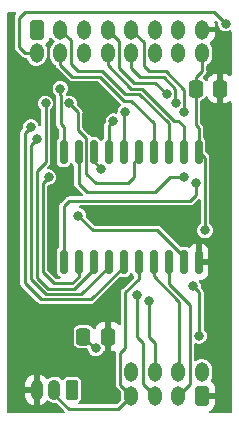
<source format=gbr>
%TF.GenerationSoftware,KiCad,Pcbnew,7.0.2*%
%TF.CreationDate,2023-05-24T14:34:07-04:00*%
%TF.ProjectId,mcumod-at6,6d63756d-6f64-42d6-9174-362e6b696361,rev?*%
%TF.SameCoordinates,Original*%
%TF.FileFunction,Copper,L1,Top*%
%TF.FilePolarity,Positive*%
%FSLAX46Y46*%
G04 Gerber Fmt 4.6, Leading zero omitted, Abs format (unit mm)*
G04 Created by KiCad (PCBNEW 7.0.2) date 2023-05-24 14:34:07*
%MOMM*%
%LPD*%
G01*
G04 APERTURE LIST*
G04 Aperture macros list*
%AMRoundRect*
0 Rectangle with rounded corners*
0 $1 Rounding radius*
0 $2 $3 $4 $5 $6 $7 $8 $9 X,Y pos of 4 corners*
0 Add a 4 corners polygon primitive as box body*
4,1,4,$2,$3,$4,$5,$6,$7,$8,$9,$2,$3,0*
0 Add four circle primitives for the rounded corners*
1,1,$1+$1,$2,$3*
1,1,$1+$1,$4,$5*
1,1,$1+$1,$6,$7*
1,1,$1+$1,$8,$9*
0 Add four rect primitives between the rounded corners*
20,1,$1+$1,$2,$3,$4,$5,0*
20,1,$1+$1,$4,$5,$6,$7,0*
20,1,$1+$1,$6,$7,$8,$9,0*
20,1,$1+$1,$8,$9,$2,$3,0*%
G04 Aperture macros list end*
%TA.AperFunction,SMDPad,CuDef*%
%ADD10RoundRect,0.150000X-0.150000X0.875000X-0.150000X-0.875000X0.150000X-0.875000X0.150000X0.875000X0*%
%TD*%
%TA.AperFunction,ComponentPad*%
%ADD11O,1.200000X1.650000*%
%TD*%
%TA.AperFunction,ComponentPad*%
%ADD12RoundRect,0.250000X0.350000X0.575000X-0.350000X0.575000X-0.350000X-0.575000X0.350000X-0.575000X0*%
%TD*%
%TA.AperFunction,ComponentPad*%
%ADD13RoundRect,0.250000X0.265000X0.615000X-0.265000X0.615000X-0.265000X-0.615000X0.265000X-0.615000X0*%
%TD*%
%TA.AperFunction,ComponentPad*%
%ADD14O,1.030000X1.730000*%
%TD*%
%TA.AperFunction,ComponentPad*%
%ADD15RoundRect,0.250000X-0.350000X-0.575000X0.350000X-0.575000X0.350000X0.575000X-0.350000X0.575000X0*%
%TD*%
%TA.AperFunction,SMDPad,CuDef*%
%ADD16RoundRect,0.250000X-0.337500X-0.475000X0.337500X-0.475000X0.337500X0.475000X-0.337500X0.475000X0*%
%TD*%
%TA.AperFunction,ViaPad*%
%ADD17C,0.800000*%
%TD*%
%TA.AperFunction,Conductor*%
%ADD18C,0.250000*%
%TD*%
G04 APERTURE END LIST*
D10*
%TO.P,U1,1,VCC*%
%TO.N,+3.3V*%
X116715000Y-112350000D03*
%TO.P,U1,2,PA4*%
%TO.N,IO7*%
X115445000Y-112350000D03*
%TO.P,U1,3,PA5*%
%TO.N,IO0*%
X114175000Y-112350000D03*
%TO.P,U1,4,PA6*%
%TO.N,IO1*%
X112905000Y-112350000D03*
%TO.P,U1,5,PA7*%
%TO.N,IO2*%
X111635000Y-112350000D03*
%TO.P,U1,6,PB5*%
%TO.N,IO9*%
X110365000Y-112350000D03*
%TO.P,U1,7,PB4*%
%TO.N,IO8*%
X109095000Y-112350000D03*
%TO.P,U1,8,PB3*%
%TO.N,Net-(D1-A)*%
X107825000Y-112350000D03*
%TO.P,U1,9,PB2*%
%TO.N,Net-(U1-PB2)*%
X106555000Y-112350000D03*
%TO.P,U1,10,PB1*%
%TO.N,IO10*%
X105285000Y-112350000D03*
%TO.P,U1,11,PB0*%
%TO.N,/TXEN*%
X105285000Y-121650000D03*
%TO.P,U1,12,PC0*%
%TO.N,IO3*%
X106555000Y-121650000D03*
%TO.P,U1,13,PC1*%
%TO.N,IO11*%
X107825000Y-121650000D03*
%TO.P,U1,14,PC2*%
%TO.N,IO12*%
X109095000Y-121650000D03*
%TO.P,U1,15,PC3*%
%TO.N,IO13*%
X110365000Y-121650000D03*
%TO.P,U1,16,~{RESET}/PA0*%
%TO.N,UPDI*%
X111635000Y-121650000D03*
%TO.P,U1,17,PA1*%
%TO.N,IO5*%
X112905000Y-121650000D03*
%TO.P,U1,18,PA2*%
%TO.N,IO4*%
X114175000Y-121650000D03*
%TO.P,U1,19,PA3*%
%TO.N,IO6*%
X115445000Y-121650000D03*
%TO.P,U1,20,GND*%
%TO.N,GND*%
X116715000Y-121650000D03*
%TD*%
D11*
%TO.P,J2,8,Pin_8*%
%TO.N,unconnected-(J2-Pin_8-Pad8)*%
X111000000Y-131000000D03*
%TO.P,J2,7,Pin_7*%
%TO.N,UPDI*%
X111000000Y-133000000D03*
%TO.P,J2,6,Pin_6*%
%TO.N,RS485B*%
X113000000Y-131000000D03*
%TO.P,J2,5,Pin_5*%
%TO.N,RS485A*%
X113000000Y-133000000D03*
%TO.P,J2,4,Pin_4*%
%TO.N,IO5*%
X115000000Y-131000000D03*
%TO.P,J2,3,Pin_3*%
%TO.N,IO4*%
X115000000Y-133000000D03*
%TO.P,J2,2,Pin_2*%
%TO.N,+5V*%
X117000000Y-131000000D03*
D12*
%TO.P,J2,1,Pin_1*%
%TO.N,GND*%
X117000000Y-133000000D03*
%TD*%
D13*
%TO.P,J3,1,Pin_1*%
%TO.N,+3.3V*%
X106000000Y-132500000D03*
D14*
%TO.P,J3,2,Pin_2*%
%TO.N,UPDI*%
X104500000Y-132500000D03*
%TO.P,J3,3,Pin_3*%
%TO.N,GND*%
X103000000Y-132500000D03*
%TD*%
D15*
%TO.P,J1,1,Pin_1*%
%TO.N,GND*%
X103000000Y-102000000D03*
D11*
%TO.P,J1,2,Pin_2*%
%TO.N,+3.3V*%
X103000000Y-104000000D03*
%TO.P,J1,3,Pin_3*%
%TO.N,IO0*%
X105000000Y-102000000D03*
%TO.P,J1,4,Pin_4*%
%TO.N,IO1*%
X105000000Y-104000000D03*
%TO.P,J1,5,Pin_5*%
%TO.N,IO2*%
X107000000Y-102000000D03*
%TO.P,J1,6,Pin_6*%
%TO.N,IO3*%
X107000000Y-104000000D03*
%TO.P,J1,7,Pin_7*%
%TO.N,IO6*%
X109000000Y-102000000D03*
%TO.P,J1,8,Pin_8*%
%TO.N,IO7*%
X109000000Y-104000000D03*
%TO.P,J1,9,Pin_9*%
%TO.N,IO8*%
X111000000Y-102000000D03*
%TO.P,J1,10,Pin_10*%
%TO.N,IO9*%
X111000000Y-104000000D03*
%TO.P,J1,11,Pin_11*%
%TO.N,IO10*%
X113000000Y-102000000D03*
%TO.P,J1,12,Pin_12*%
%TO.N,IO11*%
X113000000Y-104000000D03*
%TO.P,J1,13,Pin_13*%
%TO.N,IO12*%
X115000000Y-102000000D03*
%TO.P,J1,14,Pin_14*%
%TO.N,IO13*%
X115000000Y-104000000D03*
%TO.P,J1,15,Pin_15*%
%TO.N,GND*%
X117000000Y-102000000D03*
%TO.P,J1,16,Pin_16*%
%TO.N,+3.3V*%
X117000000Y-104000000D03*
%TD*%
D16*
%TO.P,C3,1*%
%TO.N,+3.3V*%
X116462500Y-107000000D03*
%TO.P,C3,2*%
%TO.N,GND*%
X118537500Y-107000000D03*
%TD*%
%TO.P,C1,1*%
%TO.N,+5V*%
X106962500Y-128000000D03*
%TO.P,C1,2*%
%TO.N,GND*%
X109037500Y-128000000D03*
%TD*%
D17*
%TO.N,IO6*%
X106500000Y-117750000D03*
%TO.N,+3.3V*%
X117250000Y-119000000D03*
X116250000Y-123750000D03*
X119000000Y-101500000D03*
X116750000Y-127950000D03*
%TO.N,IO13*%
X102500000Y-110250000D03*
%TO.N,IO2*%
X105750000Y-108250000D03*
%TO.N,IO12*%
X103000000Y-111250000D03*
%TO.N,IO3*%
X104000000Y-114500000D03*
%TO.N,IO11*%
X103750000Y-108250000D03*
%TO.N,Net-(D1-A)*%
X108460378Y-113796745D03*
%TO.N,IO8*%
X109500000Y-109750000D03*
%TO.N,IO9*%
X110500000Y-109000000D03*
%TO.N,IO8*%
X115500000Y-109000000D03*
%TO.N,IO9*%
X114773175Y-108226825D03*
%TO.N,IO6*%
X114023175Y-107476825D03*
%TO.N,IO10*%
X105000000Y-107000000D03*
%TO.N,RS485B*%
X112500000Y-125000000D03*
%TO.N,RS485A*%
X111500000Y-124500000D03*
%TO.N,+5V*%
X108000000Y-129000000D03*
%TO.N,Net-(U1-PB2)*%
X115500000Y-114500000D03*
%TO.N,/TXEN*%
X116500000Y-115000000D03*
%TD*%
D18*
%TO.N,/TXEN*%
X105285000Y-121650000D02*
X105285000Y-116965000D01*
X105285000Y-116965000D02*
X105750000Y-116500000D01*
X116500000Y-116000000D02*
X116000000Y-116500000D01*
X116500000Y-115000000D02*
X116500000Y-116000000D01*
X116000000Y-116500000D02*
X105750000Y-116500000D01*
%TO.N,IO6*%
X107750000Y-119000000D02*
X106500000Y-117750000D01*
X111000000Y-119000000D02*
X107750000Y-119000000D01*
%TO.N,+3.3V*%
X117250000Y-119000000D02*
X117250000Y-112885000D01*
X117250000Y-112885000D02*
X116715000Y-112350000D01*
X116750000Y-124250000D02*
X116250000Y-123750000D01*
X116750000Y-124750000D02*
X116750000Y-124250000D01*
X116750000Y-127950000D02*
X116750000Y-124750000D01*
%TO.N,IO8*%
X109095000Y-112350000D02*
X109095000Y-110155000D01*
X109095000Y-110155000D02*
X109500000Y-109750000D01*
%TO.N,IO9*%
X110365000Y-112350000D02*
X110365000Y-109135000D01*
X110365000Y-109135000D02*
X110500000Y-109000000D01*
%TO.N,IO13*%
X110365000Y-121650000D02*
X110365000Y-122076751D01*
X103350000Y-124850000D02*
X102000000Y-123500000D01*
X110365000Y-122076751D02*
X107591751Y-124850000D01*
X107591751Y-124850000D02*
X103350000Y-124850000D01*
X102000000Y-123500000D02*
X102000000Y-110750000D01*
X102000000Y-110750000D02*
X102500000Y-110250000D01*
%TO.N,IO2*%
X106500000Y-109750000D02*
X106500000Y-109000000D01*
X106500000Y-109000000D02*
X105750000Y-108250000D01*
%TO.N,IO12*%
X102500000Y-111750000D02*
X103000000Y-111250000D01*
X102500000Y-117000000D02*
X102500000Y-111750000D01*
%TO.N,IO3*%
X103500000Y-115000000D02*
X104000000Y-114500000D01*
X103500000Y-116000000D02*
X103500000Y-115000000D01*
%TO.N,IO10*%
X105000000Y-107000000D02*
X105000000Y-107500000D01*
X105000000Y-107500000D02*
X105025000Y-107525000D01*
X105285000Y-112350000D02*
X105285000Y-110285000D01*
X105285000Y-110285000D02*
X105025000Y-110025000D01*
X105025000Y-110025000D02*
X105025000Y-107525000D01*
%TO.N,IO11*%
X103750000Y-108250000D02*
X103750000Y-113250000D01*
X103750000Y-113250000D02*
X103000000Y-114000000D01*
%TO.N,IO2*%
X106500000Y-109750000D02*
X106500000Y-110500000D01*
%TO.N,Net-(D1-A)*%
X107825000Y-112350000D02*
X107825000Y-113161367D01*
X107825000Y-113161367D02*
X108460378Y-113796745D01*
%TO.N,IO2*%
X111635000Y-112350000D02*
X111635000Y-112865000D01*
X111635000Y-112865000D02*
X111250000Y-113250000D01*
X111250000Y-114500000D02*
X110750000Y-115000000D01*
X111250000Y-113250000D02*
X111250000Y-114500000D01*
X110750000Y-115000000D02*
X108000000Y-115000000D01*
X107200000Y-114200000D02*
X107200000Y-111200000D01*
X108000000Y-115000000D02*
X107200000Y-114200000D01*
X107200000Y-111200000D02*
X106500000Y-110500000D01*
%TO.N,Net-(U1-PB2)*%
X115500000Y-114500000D02*
X114250000Y-114500000D01*
X114250000Y-114500000D02*
X113000000Y-115750000D01*
X107250000Y-115750000D02*
X106555000Y-115055000D01*
X113000000Y-115750000D02*
X107250000Y-115750000D01*
X106555000Y-115055000D02*
X106555000Y-112350000D01*
%TO.N,IO1*%
X110372729Y-108009125D02*
X110990875Y-108009125D01*
%TO.N,IO8*%
X112075000Y-103075000D02*
X112075000Y-105075000D01*
X111000000Y-102000000D02*
X112075000Y-103075000D01*
X115500000Y-107113604D02*
X115500000Y-109000000D01*
X112075000Y-105075000D02*
X112550000Y-105550000D01*
X113936396Y-105550000D02*
X115500000Y-107113604D01*
X112550000Y-105550000D02*
X113936396Y-105550000D01*
%TO.N,IO7*%
X114638147Y-109750000D02*
X115000000Y-109750000D01*
X111000000Y-107000000D02*
X111888147Y-107000000D01*
X111888147Y-107000000D02*
X114638147Y-109750000D01*
X115000000Y-109750000D02*
X115445000Y-110195000D01*
X115445000Y-110195000D02*
X115445000Y-112350000D01*
%TO.N,IO9*%
X114773175Y-108026825D02*
X114773175Y-108226825D01*
X114748175Y-108001825D02*
X114773175Y-108026825D01*
X114748175Y-106998175D02*
X114748175Y-108001825D01*
X113750000Y-106000000D02*
X114748175Y-106998175D01*
X111000000Y-105250000D02*
X111750000Y-106000000D01*
X111000000Y-104000000D02*
X111000000Y-105250000D01*
X111750000Y-106000000D02*
X113750000Y-106000000D01*
%TO.N,IO6*%
X113046350Y-106500000D02*
X114023175Y-107476825D01*
X111250000Y-106500000D02*
X113046350Y-106500000D01*
X110000000Y-103000000D02*
X110000000Y-105250000D01*
X109000000Y-102000000D02*
X110000000Y-103000000D01*
X110000000Y-105250000D02*
X111250000Y-106500000D01*
%TO.N,IO12*%
X106771751Y-124400000D02*
X103763604Y-124400000D01*
X103763604Y-124400000D02*
X102500000Y-123136396D01*
X109095000Y-122076751D02*
X106771751Y-124400000D01*
X109095000Y-121650000D02*
X109095000Y-122076751D01*
X102500000Y-123136396D02*
X102500000Y-117000000D01*
%TO.N,IO11*%
X103950000Y-123950000D02*
X103000000Y-123000000D01*
X106186396Y-123950000D02*
X103950000Y-123950000D01*
X107825000Y-122311396D02*
X106186396Y-123950000D01*
X107825000Y-121650000D02*
X107825000Y-122311396D01*
X103000000Y-123000000D02*
X103000000Y-114000000D01*
%TO.N,IO3*%
X104500000Y-123500000D02*
X103500000Y-122500000D01*
X103500000Y-122500000D02*
X103500000Y-116000000D01*
X106555000Y-122945000D02*
X106000000Y-123500000D01*
X106555000Y-121650000D02*
X106555000Y-122945000D01*
X106000000Y-123500000D02*
X104500000Y-123500000D01*
%TO.N,IO1*%
X112905000Y-112350000D02*
X112905000Y-109923249D01*
X112905000Y-109923249D02*
X110990875Y-108009125D01*
%TO.N,IO0*%
X114175000Y-112350000D02*
X114175000Y-109923249D01*
X114175000Y-109923249D02*
X111701751Y-107450000D01*
X111701751Y-107450000D02*
X110450000Y-107450000D01*
X110450000Y-107450000D02*
X108500000Y-105500000D01*
X108500000Y-105500000D02*
X106500000Y-105500000D01*
X106500000Y-105500000D02*
X105925000Y-104925000D01*
X105925000Y-104925000D02*
X105925000Y-102925000D01*
X105925000Y-102925000D02*
X105000000Y-102000000D01*
%TO.N,IO7*%
X111000000Y-107000000D02*
X109000000Y-105000000D01*
X109000000Y-105000000D02*
X109000000Y-104000000D01*
%TO.N,+3.3V*%
X116715000Y-110350000D02*
X116715000Y-112350000D01*
%TO.N,RS485B*%
X112500000Y-125000000D02*
X112500000Y-128000000D01*
%TO.N,RS485A*%
X111500000Y-128000000D02*
X111500000Y-124500000D01*
%TO.N,UPDI*%
X111635000Y-121650000D02*
X111635000Y-123115195D01*
X111635000Y-123115195D02*
X110500000Y-124250195D01*
X110075000Y-132075000D02*
X111000000Y-133000000D01*
X110500000Y-124250195D02*
X110500000Y-129000000D01*
X110500000Y-129000000D02*
X110075000Y-129425000D01*
X110075000Y-129425000D02*
X110075000Y-132075000D01*
%TO.N,RS485B*%
X113000000Y-128500000D02*
X112500000Y-128000000D01*
X113000000Y-131000000D02*
X113000000Y-128500000D01*
%TO.N,RS485A*%
X112000000Y-128500000D02*
X111500000Y-128000000D01*
X112000000Y-132000000D02*
X112000000Y-128500000D01*
X113000000Y-133000000D02*
X112000000Y-132000000D01*
%TO.N,+5V*%
X108000000Y-129000000D02*
X107962500Y-129000000D01*
X107962500Y-129000000D02*
X106962500Y-128000000D01*
%TO.N,IO4*%
X115037500Y-132962500D02*
X115962500Y-132037500D01*
X115962500Y-132037500D02*
X115962500Y-125326104D01*
X115962500Y-125326104D02*
X114175000Y-123538604D01*
X114175000Y-123538604D02*
X114175000Y-121650000D01*
%TO.N,IO5*%
X115037500Y-130962500D02*
X115037500Y-125037500D01*
X115037500Y-125037500D02*
X112905000Y-122905000D01*
X112905000Y-122905000D02*
X112905000Y-121650000D01*
%TO.N,UPDI*%
X105697500Y-134112500D02*
X104500000Y-132915000D01*
X111037500Y-132962500D02*
X109887500Y-134112500D01*
X109887500Y-134112500D02*
X105697500Y-134112500D01*
X104500000Y-132915000D02*
X104500000Y-132500000D01*
%TO.N,IO1*%
X110372729Y-108009125D02*
X108363604Y-106000000D01*
X105000000Y-105000000D02*
X105000000Y-104000000D01*
X108363604Y-106000000D02*
X106000000Y-106000000D01*
X106000000Y-106000000D02*
X105000000Y-105000000D01*
%TO.N,IO6*%
X115445000Y-121223249D02*
X113221751Y-119000000D01*
X113221751Y-119000000D02*
X111000000Y-119000000D01*
%TO.N,+3.3V*%
X103000000Y-104000000D02*
X102000000Y-104000000D01*
X102000000Y-104000000D02*
X101500000Y-103500000D01*
X101500000Y-103500000D02*
X101500000Y-101000000D01*
X101500000Y-101000000D02*
X102000000Y-100500000D01*
X102000000Y-100500000D02*
X118000000Y-100500000D01*
X118000000Y-100500000D02*
X119000000Y-101500000D01*
X117000000Y-104000000D02*
X117000000Y-105500000D01*
X117000000Y-105500000D02*
X116462500Y-106037500D01*
X116462500Y-106037500D02*
X116462500Y-107000000D01*
X116715000Y-110350000D02*
X116462500Y-110097500D01*
X116462500Y-110097500D02*
X116462500Y-107000000D01*
%TD*%
%TA.AperFunction,Conductor*%
%TO.N,GND*%
G36*
X101229302Y-100519685D02*
G01*
X101275057Y-100572489D01*
X101285001Y-100641647D01*
X101255976Y-100705203D01*
X101248611Y-100711632D01*
X101222722Y-100744894D01*
X101212563Y-100756398D01*
X101212484Y-100756476D01*
X101212479Y-100756482D01*
X101212480Y-100756482D01*
X101200390Y-100773414D01*
X101197341Y-100777504D01*
X101160354Y-100825024D01*
X101160237Y-100825253D01*
X101143057Y-100882955D01*
X101141495Y-100887831D01*
X101121940Y-100944793D01*
X101121905Y-100945034D01*
X101124393Y-101005190D01*
X101124499Y-101010312D01*
X101124499Y-103448196D01*
X101121861Y-103473638D01*
X101119632Y-103484266D01*
X101123548Y-103515676D01*
X101124500Y-103531013D01*
X101124500Y-103531116D01*
X101127918Y-103551602D01*
X101128657Y-103556670D01*
X101136107Y-103616438D01*
X101136185Y-103616682D01*
X101164827Y-103669608D01*
X101167171Y-103674162D01*
X101193634Y-103728292D01*
X101193779Y-103728485D01*
X101238080Y-103769267D01*
X101241779Y-103772816D01*
X101697850Y-104228888D01*
X101713976Y-104248744D01*
X101719916Y-104257836D01*
X101744890Y-104277274D01*
X101756408Y-104287446D01*
X101756482Y-104287520D01*
X101766410Y-104294608D01*
X101773399Y-104299598D01*
X101777508Y-104302662D01*
X101825041Y-104339658D01*
X101825232Y-104339757D01*
X101859601Y-104349988D01*
X101882955Y-104356941D01*
X101887792Y-104358490D01*
X101937340Y-104375500D01*
X101944797Y-104378060D01*
X101945030Y-104378093D01*
X101952909Y-104377767D01*
X101952912Y-104377768D01*
X102005193Y-104375605D01*
X102010316Y-104375500D01*
X102064160Y-104375500D01*
X102131199Y-104395185D01*
X102176954Y-104447989D01*
X102181667Y-104459902D01*
X102223556Y-104584221D01*
X102318930Y-104742736D01*
X102446151Y-104877041D01*
X102599270Y-104980858D01*
X102599271Y-104980858D01*
X102599272Y-104980859D01*
X102771121Y-105049330D01*
X102771123Y-105049330D01*
X102771125Y-105049331D01*
X102953683Y-105079260D01*
X103138407Y-105069245D01*
X103316659Y-105019754D01*
X103480104Y-104933100D01*
X103621100Y-104813337D01*
X103733054Y-104666064D01*
X103733053Y-104666064D01*
X103733055Y-104666063D01*
X103810731Y-104498169D01*
X103810730Y-104498169D01*
X103810732Y-104498167D01*
X103850500Y-104317497D01*
X103850500Y-103728887D01*
X103835514Y-103591090D01*
X103776444Y-103415779D01*
X103776443Y-103415776D01*
X103741981Y-103358499D01*
X103724286Y-103290908D01*
X103745943Y-103224479D01*
X103783137Y-103189032D01*
X103818346Y-103167315D01*
X103942316Y-103043345D01*
X104034357Y-102894122D01*
X104082908Y-102747607D01*
X104122681Y-102690162D01*
X104187196Y-102663339D01*
X104255972Y-102675654D01*
X104306865Y-102722684D01*
X104318929Y-102742736D01*
X104446152Y-102877042D01*
X104476448Y-102897584D01*
X104520889Y-102951498D01*
X104529127Y-103020880D01*
X104498546Y-103083702D01*
X104487137Y-103094725D01*
X104378899Y-103186663D01*
X104266944Y-103333936D01*
X104189268Y-103501830D01*
X104163988Y-103616682D01*
X104149500Y-103682503D01*
X104149500Y-104271113D01*
X104149862Y-104274448D01*
X104149863Y-104274453D01*
X104164485Y-104408908D01*
X104164486Y-104408910D01*
X104223556Y-104584221D01*
X104272799Y-104666064D01*
X104318931Y-104742737D01*
X104446152Y-104877042D01*
X104574285Y-104963919D01*
X104618726Y-105017833D01*
X104627005Y-105046134D01*
X104627916Y-105051591D01*
X104628657Y-105056670D01*
X104636107Y-105116438D01*
X104636185Y-105116682D01*
X104664827Y-105169608D01*
X104667171Y-105174162D01*
X104693634Y-105228292D01*
X104693777Y-105228482D01*
X104699579Y-105233824D01*
X104699581Y-105233826D01*
X104738108Y-105269293D01*
X104741780Y-105272817D01*
X105697850Y-106228887D01*
X105713977Y-106248746D01*
X105719915Y-106257836D01*
X105744893Y-106277277D01*
X105756410Y-106287448D01*
X105756481Y-106287519D01*
X105773397Y-106299597D01*
X105777505Y-106302660D01*
X105825041Y-106339659D01*
X105825232Y-106339756D01*
X105832799Y-106342009D01*
X105832801Y-106342010D01*
X105882974Y-106356947D01*
X105887804Y-106358494D01*
X105937340Y-106375500D01*
X105937342Y-106375500D01*
X105944799Y-106378060D01*
X105945033Y-106378094D01*
X105952909Y-106377768D01*
X105952912Y-106377769D01*
X106003227Y-106375687D01*
X106005207Y-106375606D01*
X106010331Y-106375500D01*
X108156705Y-106375500D01*
X108223744Y-106395185D01*
X108244385Y-106411818D01*
X109198602Y-107366036D01*
X110070579Y-108238013D01*
X110086705Y-108257869D01*
X110092646Y-108266962D01*
X110109963Y-108280440D01*
X110150777Y-108337150D01*
X110154452Y-108406923D01*
X110119821Y-108467606D01*
X110116029Y-108471110D01*
X110009516Y-108565471D01*
X109919780Y-108695476D01*
X109863763Y-108843181D01*
X109842907Y-109014947D01*
X109839924Y-109014584D01*
X109832256Y-109060682D01*
X109785349Y-109112466D01*
X109717893Y-109130669D01*
X109690950Y-109127096D01*
X109578985Y-109099500D01*
X109421015Y-109099500D01*
X109267635Y-109137303D01*
X109127761Y-109210716D01*
X109009515Y-109315471D01*
X108919780Y-109445476D01*
X108863763Y-109593181D01*
X108850546Y-109702038D01*
X108844722Y-109750000D01*
X108844943Y-109751823D01*
X108850659Y-109798900D01*
X108839198Y-109867824D01*
X108825413Y-109890013D01*
X108817720Y-109899896D01*
X108807563Y-109911398D01*
X108807484Y-109911476D01*
X108807479Y-109911482D01*
X108807480Y-109911482D01*
X108795390Y-109928414D01*
X108792341Y-109932504D01*
X108755354Y-109980024D01*
X108755237Y-109980253D01*
X108738057Y-110037955D01*
X108736495Y-110042831D01*
X108716941Y-110099792D01*
X108716906Y-110100034D01*
X108719394Y-110160191D01*
X108719500Y-110165315D01*
X108719500Y-111082745D01*
X108699815Y-111149784D01*
X108683181Y-111170426D01*
X108616949Y-111236657D01*
X108570483Y-111327851D01*
X108522509Y-111378646D01*
X108454687Y-111395441D01*
X108388553Y-111372903D01*
X108349514Y-111327849D01*
X108303050Y-111236657D01*
X108213343Y-111146950D01*
X108100302Y-111089353D01*
X108006521Y-111074500D01*
X107634021Y-111074500D01*
X107566982Y-111054815D01*
X107522620Y-111004960D01*
X107506361Y-110971701D01*
X107506225Y-110971519D01*
X107477936Y-110945477D01*
X107461904Y-110930718D01*
X107458231Y-110927193D01*
X106911819Y-110380781D01*
X106878334Y-110319458D01*
X106875500Y-110293100D01*
X106875500Y-109051804D01*
X106878139Y-109026357D01*
X106880367Y-109015732D01*
X106876452Y-108984323D01*
X106875500Y-108968986D01*
X106875500Y-108968887D01*
X106875500Y-108968886D01*
X106872075Y-108948369D01*
X106871341Y-108943325D01*
X106869774Y-108930756D01*
X106867822Y-108915097D01*
X106863891Y-108883550D01*
X106863821Y-108883332D01*
X106860065Y-108876392D01*
X106860065Y-108876390D01*
X106835148Y-108830348D01*
X106832828Y-108825840D01*
X106809826Y-108778789D01*
X106809825Y-108778788D01*
X106806360Y-108771700D01*
X106806225Y-108771519D01*
X106782181Y-108749385D01*
X106761892Y-108730707D01*
X106758219Y-108727182D01*
X106434518Y-108403481D01*
X106401033Y-108342158D01*
X106399103Y-108300852D01*
X106400284Y-108291125D01*
X106405278Y-108250000D01*
X106386237Y-108093182D01*
X106330220Y-107945477D01*
X106240483Y-107815470D01*
X106122240Y-107710717D01*
X106049777Y-107672685D01*
X105982364Y-107637303D01*
X105828985Y-107599500D01*
X105671015Y-107599500D01*
X105661117Y-107601939D01*
X105633714Y-107608693D01*
X105563912Y-107605622D01*
X105506851Y-107565301D01*
X105480647Y-107500531D01*
X105493621Y-107431876D01*
X105501986Y-107417864D01*
X105580220Y-107304523D01*
X105636237Y-107156818D01*
X105655278Y-107000000D01*
X105636237Y-106843182D01*
X105580220Y-106695477D01*
X105490483Y-106565470D01*
X105372240Y-106460717D01*
X105308107Y-106427057D01*
X105232364Y-106387303D01*
X105078985Y-106349500D01*
X104921015Y-106349500D01*
X104767635Y-106387303D01*
X104627761Y-106460716D01*
X104509515Y-106565471D01*
X104419780Y-106695476D01*
X104363763Y-106843181D01*
X104344721Y-106999999D01*
X104363763Y-107156818D01*
X104419780Y-107304523D01*
X104509515Y-107434528D01*
X104509516Y-107434529D01*
X104509517Y-107434530D01*
X104591300Y-107506983D01*
X104628427Y-107566172D01*
X104632121Y-107584458D01*
X104636107Y-107616436D01*
X104641597Y-107633569D01*
X104643340Y-107644002D01*
X104642280Y-107644178D01*
X104649500Y-107672685D01*
X104649500Y-108211382D01*
X104638471Y-108248940D01*
X104647821Y-108268278D01*
X104649500Y-108288617D01*
X104649500Y-109973196D01*
X104646860Y-109998642D01*
X104644633Y-110009268D01*
X104646360Y-110023122D01*
X104648548Y-110040676D01*
X104649500Y-110056013D01*
X104649500Y-110056116D01*
X104652918Y-110076602D01*
X104653657Y-110081670D01*
X104661107Y-110141438D01*
X104661185Y-110141682D01*
X104689827Y-110194608D01*
X104692171Y-110199162D01*
X104718634Y-110253292D01*
X104718777Y-110253482D01*
X104724579Y-110258824D01*
X104724581Y-110258826D01*
X104763108Y-110294293D01*
X104766780Y-110297817D01*
X104873181Y-110404218D01*
X104906666Y-110465541D01*
X104909500Y-110491899D01*
X104909500Y-111082745D01*
X104889815Y-111149784D01*
X104873181Y-111170426D01*
X104806950Y-111236656D01*
X104749353Y-111349697D01*
X104734500Y-111443478D01*
X104734500Y-113256514D01*
X104734501Y-113256518D01*
X104749354Y-113350304D01*
X104749354Y-113350305D01*
X104749355Y-113350306D01*
X104806949Y-113463342D01*
X104896656Y-113553049D01*
X104896658Y-113553050D01*
X105009696Y-113610646D01*
X105103481Y-113625500D01*
X105466518Y-113625499D01*
X105560304Y-113610646D01*
X105673342Y-113553050D01*
X105763050Y-113463342D01*
X105809515Y-113372148D01*
X105857489Y-113321353D01*
X105925310Y-113304558D01*
X105991445Y-113327095D01*
X106030485Y-113372149D01*
X106057300Y-113424778D01*
X106076950Y-113463342D01*
X106143182Y-113529574D01*
X106176666Y-113590895D01*
X106179500Y-113617254D01*
X106179500Y-115003196D01*
X106176861Y-115028642D01*
X106174633Y-115039267D01*
X106178548Y-115070676D01*
X106179500Y-115086013D01*
X106179500Y-115086116D01*
X106182918Y-115106602D01*
X106183657Y-115111670D01*
X106191107Y-115171438D01*
X106191185Y-115171682D01*
X106219827Y-115224608D01*
X106222171Y-115229162D01*
X106248634Y-115283292D01*
X106248777Y-115283482D01*
X106254579Y-115288824D01*
X106254581Y-115288826D01*
X106293108Y-115324293D01*
X106296780Y-115327817D01*
X106881782Y-115912819D01*
X106915267Y-115974142D01*
X106910283Y-116043834D01*
X106868411Y-116099767D01*
X106802947Y-116124184D01*
X106794101Y-116124500D01*
X105801803Y-116124500D01*
X105776357Y-116121861D01*
X105765731Y-116119633D01*
X105734324Y-116123548D01*
X105718987Y-116124500D01*
X105718886Y-116124500D01*
X105698359Y-116127924D01*
X105693300Y-116128661D01*
X105633556Y-116136109D01*
X105633316Y-116136186D01*
X105580359Y-116164844D01*
X105575805Y-116167188D01*
X105521721Y-116193628D01*
X105521506Y-116193788D01*
X105480729Y-116238082D01*
X105477183Y-116241777D01*
X105056108Y-116662852D01*
X105036254Y-116678976D01*
X105027165Y-116684914D01*
X105007722Y-116709894D01*
X104997563Y-116721398D01*
X104997484Y-116721476D01*
X104997479Y-116721482D01*
X104997480Y-116721482D01*
X104985390Y-116738414D01*
X104982341Y-116742504D01*
X104945354Y-116790024D01*
X104945237Y-116790253D01*
X104928057Y-116847955D01*
X104926495Y-116852831D01*
X104906941Y-116909792D01*
X104906906Y-116910034D01*
X104909394Y-116970191D01*
X104909500Y-116975315D01*
X104909500Y-120382745D01*
X104889815Y-120449784D01*
X104873181Y-120470426D01*
X104806950Y-120536656D01*
X104749353Y-120649697D01*
X104734500Y-120743478D01*
X104734500Y-122556514D01*
X104734501Y-122556518D01*
X104749354Y-122650304D01*
X104749354Y-122650305D01*
X104749355Y-122650306D01*
X104806949Y-122763342D01*
X104896656Y-122853049D01*
X104896658Y-122853050D01*
X104962140Y-122886415D01*
X104969206Y-122890015D01*
X105020002Y-122937989D01*
X105036797Y-123005810D01*
X105014260Y-123071945D01*
X104959545Y-123115397D01*
X104912911Y-123124500D01*
X104706899Y-123124500D01*
X104639860Y-123104815D01*
X104619218Y-123088181D01*
X103911818Y-122380781D01*
X103878333Y-122319458D01*
X103875499Y-122293100D01*
X103875500Y-115968886D01*
X103875500Y-115274500D01*
X103895185Y-115207461D01*
X103947989Y-115161706D01*
X103999500Y-115150500D01*
X104078985Y-115150500D01*
X104232365Y-115112696D01*
X104372240Y-115039283D01*
X104490483Y-114934530D01*
X104580220Y-114804523D01*
X104636237Y-114656818D01*
X104655278Y-114500000D01*
X104636237Y-114343182D01*
X104580220Y-114195477D01*
X104524622Y-114114929D01*
X104490484Y-114065471D01*
X104490483Y-114065470D01*
X104372240Y-113960717D01*
X104358609Y-113953563D01*
X104232364Y-113887303D01*
X104078985Y-113849500D01*
X103980898Y-113849500D01*
X103913859Y-113829815D01*
X103868104Y-113777011D01*
X103858160Y-113707853D01*
X103887185Y-113644297D01*
X103893200Y-113637835D01*
X103978893Y-113552142D01*
X103998741Y-113536025D01*
X104007836Y-113530084D01*
X104027273Y-113505110D01*
X104037453Y-113493583D01*
X104037519Y-113493518D01*
X104049624Y-113476561D01*
X104052627Y-113472534D01*
X104084809Y-113431189D01*
X104084810Y-113431185D01*
X104089666Y-113424947D01*
X104089753Y-113424778D01*
X104092008Y-113417200D01*
X104092010Y-113417199D01*
X104106951Y-113367009D01*
X104108479Y-113362238D01*
X104125500Y-113312660D01*
X104125500Y-113312655D01*
X104128060Y-113305199D01*
X104128093Y-113304970D01*
X104127767Y-113297090D01*
X104127768Y-113297088D01*
X104125605Y-113244806D01*
X104125500Y-113239684D01*
X104125500Y-108842202D01*
X104145185Y-108775163D01*
X104167269Y-108749390D01*
X104240483Y-108684530D01*
X104330220Y-108554523D01*
X104386237Y-108406818D01*
X104402403Y-108273670D01*
X104411106Y-108253449D01*
X104406523Y-108246317D01*
X104402404Y-108226329D01*
X104394272Y-108159357D01*
X104386237Y-108093182D01*
X104330220Y-107945477D01*
X104240483Y-107815470D01*
X104122240Y-107710717D01*
X104049777Y-107672685D01*
X103982364Y-107637303D01*
X103828985Y-107599500D01*
X103671015Y-107599500D01*
X103517635Y-107637303D01*
X103377761Y-107710716D01*
X103259515Y-107815471D01*
X103169780Y-107945476D01*
X103113763Y-108093181D01*
X103094721Y-108250000D01*
X103113763Y-108406818D01*
X103169780Y-108554523D01*
X103259515Y-108684528D01*
X103259516Y-108684529D01*
X103259517Y-108684530D01*
X103332727Y-108749387D01*
X103369853Y-108808574D01*
X103374500Y-108842202D01*
X103374500Y-110044783D01*
X103354815Y-110111822D01*
X103302011Y-110157577D01*
X103232853Y-110167521D01*
X103169297Y-110138496D01*
X103134558Y-110088754D01*
X103080220Y-109945476D01*
X102990484Y-109815471D01*
X102935677Y-109766917D01*
X102872240Y-109710717D01*
X102831668Y-109689423D01*
X102732364Y-109637303D01*
X102578985Y-109599500D01*
X102421015Y-109599500D01*
X102267635Y-109637303D01*
X102127761Y-109710716D01*
X102009515Y-109815471D01*
X101919780Y-109945476D01*
X101863763Y-110093181D01*
X101844721Y-110250000D01*
X101850896Y-110300852D01*
X101839435Y-110369775D01*
X101815480Y-110403480D01*
X101771104Y-110447855D01*
X101751250Y-110463978D01*
X101742166Y-110469913D01*
X101722722Y-110494894D01*
X101712563Y-110506398D01*
X101712484Y-110506476D01*
X101712479Y-110506482D01*
X101712480Y-110506482D01*
X101700390Y-110523414D01*
X101697341Y-110527504D01*
X101660354Y-110575024D01*
X101660237Y-110575253D01*
X101643057Y-110632955D01*
X101641495Y-110637831D01*
X101621941Y-110694792D01*
X101621906Y-110695034D01*
X101624394Y-110755191D01*
X101624500Y-110760315D01*
X101624500Y-123448196D01*
X101621861Y-123473642D01*
X101619633Y-123484267D01*
X101623548Y-123515676D01*
X101624500Y-123531013D01*
X101624500Y-123531116D01*
X101627918Y-123551602D01*
X101628657Y-123556670D01*
X101636107Y-123616438D01*
X101636185Y-123616682D01*
X101664827Y-123669608D01*
X101667171Y-123674162D01*
X101693634Y-123728292D01*
X101693777Y-123728482D01*
X101699579Y-123733824D01*
X101699581Y-123733826D01*
X101738108Y-123769293D01*
X101741780Y-123772817D01*
X103047850Y-125078887D01*
X103063977Y-125098746D01*
X103069916Y-125107836D01*
X103094894Y-125127277D01*
X103106412Y-125137449D01*
X103106481Y-125137518D01*
X103123389Y-125149590D01*
X103127494Y-125152650D01*
X103136713Y-125159826D01*
X103175044Y-125189660D01*
X103175233Y-125189757D01*
X103182801Y-125192010D01*
X103232959Y-125206943D01*
X103237819Y-125208499D01*
X103287340Y-125225500D01*
X103287342Y-125225500D01*
X103294796Y-125228059D01*
X103295029Y-125228093D01*
X103302908Y-125227767D01*
X103302911Y-125227768D01*
X103355192Y-125225605D01*
X103360315Y-125225500D01*
X107539946Y-125225500D01*
X107565392Y-125228139D01*
X107569191Y-125228935D01*
X107576019Y-125230367D01*
X107605889Y-125226643D01*
X107607428Y-125226452D01*
X107622765Y-125225500D01*
X107622862Y-125225500D01*
X107622865Y-125225500D01*
X107643394Y-125222073D01*
X107648410Y-125221342D01*
X107700377Y-125214866D01*
X107700379Y-125214864D01*
X107708208Y-125213889D01*
X107708417Y-125213822D01*
X107715358Y-125210065D01*
X107715361Y-125210065D01*
X107761417Y-125185140D01*
X107765895Y-125182835D01*
X107812962Y-125159826D01*
X107812963Y-125159824D01*
X107820059Y-125156356D01*
X107820227Y-125156230D01*
X107825575Y-125150419D01*
X107825577Y-125150419D01*
X107861045Y-125111889D01*
X107864546Y-125108240D01*
X110021234Y-122951552D01*
X110082555Y-122918069D01*
X110128311Y-122916762D01*
X110183481Y-122925500D01*
X110546518Y-122925499D01*
X110640304Y-122910646D01*
X110753342Y-122853050D01*
X110843050Y-122763342D01*
X110889515Y-122672148D01*
X110937489Y-122621353D01*
X111005310Y-122604558D01*
X111071445Y-122627095D01*
X111110484Y-122672147D01*
X111130336Y-122711110D01*
X111152583Y-122754773D01*
X111156950Y-122763342D01*
X111218702Y-122825094D01*
X111252186Y-122886415D01*
X111247202Y-122956107D01*
X111218701Y-123000455D01*
X110271108Y-123948047D01*
X110251254Y-123964171D01*
X110242165Y-123970109D01*
X110222722Y-123995089D01*
X110212563Y-124006593D01*
X110212484Y-124006671D01*
X110212479Y-124006677D01*
X110212480Y-124006677D01*
X110200390Y-124023609D01*
X110197341Y-124027699D01*
X110160354Y-124075219D01*
X110160237Y-124075448D01*
X110143057Y-124133150D01*
X110141495Y-124138026D01*
X110121941Y-124194987D01*
X110121906Y-124195229D01*
X110124394Y-124255386D01*
X110124500Y-124260510D01*
X110124500Y-126914476D01*
X110104815Y-126981515D01*
X110052011Y-127027270D01*
X109982853Y-127037214D01*
X109919297Y-127008189D01*
X109912819Y-127002157D01*
X109843345Y-126932683D01*
X109694122Y-126840642D01*
X109527696Y-126785493D01*
X109428109Y-126775319D01*
X109421832Y-126775000D01*
X109287500Y-126775000D01*
X109287499Y-129224998D01*
X109287500Y-129224999D01*
X109421829Y-129224999D01*
X109428111Y-129224678D01*
X109527693Y-129214506D01*
X109541277Y-129210005D01*
X109611106Y-129207602D01*
X109671148Y-129243332D01*
X109702342Y-129305851D01*
X109699500Y-129342834D01*
X109699500Y-129352228D01*
X109697972Y-129362716D01*
X109697569Y-129367963D01*
X109696941Y-129369790D01*
X109696906Y-129370034D01*
X109699394Y-129430191D01*
X109699500Y-129435315D01*
X109699500Y-132023196D01*
X109696861Y-132048642D01*
X109694633Y-132059267D01*
X109698548Y-132090676D01*
X109699500Y-132106013D01*
X109699500Y-132106116D01*
X109702918Y-132126602D01*
X109703657Y-132131670D01*
X109711107Y-132191438D01*
X109711185Y-132191682D01*
X109739827Y-132244608D01*
X109742171Y-132249162D01*
X109768634Y-132303292D01*
X109768777Y-132303482D01*
X109774579Y-132308824D01*
X109774581Y-132308826D01*
X109813108Y-132344293D01*
X109816780Y-132347817D01*
X110113181Y-132644218D01*
X110146666Y-132705541D01*
X110149500Y-132731899D01*
X110149500Y-133268100D01*
X110129815Y-133335139D01*
X110113181Y-133355781D01*
X109768281Y-133700681D01*
X109706958Y-133734166D01*
X109680600Y-133737000D01*
X106641838Y-133737000D01*
X106574799Y-133717315D01*
X106529044Y-133664511D01*
X106519100Y-133595353D01*
X106548125Y-133531797D01*
X106567527Y-133513733D01*
X106588318Y-133498169D01*
X106622546Y-133472546D01*
X106708796Y-133357331D01*
X106759091Y-133222483D01*
X106765500Y-133162873D01*
X106765499Y-131837128D01*
X106759091Y-131777517D01*
X106708796Y-131642669D01*
X106622546Y-131527454D01*
X106507331Y-131441204D01*
X106372483Y-131390909D01*
X106312873Y-131384500D01*
X106309550Y-131384500D01*
X105690439Y-131384500D01*
X105690420Y-131384500D01*
X105687128Y-131384501D01*
X105683848Y-131384853D01*
X105683840Y-131384854D01*
X105627515Y-131390909D01*
X105492669Y-131441204D01*
X105377453Y-131527454D01*
X105285965Y-131649668D01*
X105230031Y-131691539D01*
X105160339Y-131696523D01*
X105101223Y-131664243D01*
X105100941Y-131664543D01*
X105099798Y-131663465D01*
X105099016Y-131663038D01*
X105097921Y-131661693D01*
X104960237Y-131531795D01*
X104805263Y-131442321D01*
X104801532Y-131441204D01*
X104633833Y-131390998D01*
X104615192Y-131389912D01*
X104455187Y-131380592D01*
X104305374Y-131407008D01*
X104278958Y-131411667D01*
X104239207Y-131428814D01*
X104114644Y-131482545D01*
X103992648Y-131573367D01*
X103927119Y-131597610D01*
X103858886Y-131582577D01*
X103822748Y-131552568D01*
X103721185Y-131428814D01*
X103566630Y-131301974D01*
X103390303Y-131207724D01*
X103250001Y-131165164D01*
X103250000Y-131165164D01*
X103250000Y-132232054D01*
X103176123Y-132174553D01*
X103060908Y-132135000D01*
X102969755Y-132135000D01*
X102879846Y-132150003D01*
X102772712Y-132207981D01*
X102750000Y-132232652D01*
X102750000Y-131165164D01*
X102749998Y-131165164D01*
X102609696Y-131207724D01*
X102433369Y-131301974D01*
X102278814Y-131428814D01*
X102151974Y-131583368D01*
X102057724Y-131759697D01*
X101999686Y-131951023D01*
X101985298Y-132097102D01*
X101985000Y-132103186D01*
X101985000Y-132250000D01*
X102734031Y-132250000D01*
X102690209Y-132297603D01*
X102641276Y-132409159D01*
X102631217Y-132530558D01*
X102661121Y-132648646D01*
X102727339Y-132750000D01*
X101985000Y-132750000D01*
X101985000Y-132896813D01*
X101985298Y-132902897D01*
X101999686Y-133048976D01*
X102057724Y-133240302D01*
X102151974Y-133416631D01*
X102278814Y-133571185D01*
X102433368Y-133698025D01*
X102609694Y-133792273D01*
X102750000Y-133834834D01*
X102750000Y-132767945D01*
X102823877Y-132825447D01*
X102939092Y-132865000D01*
X103030245Y-132865000D01*
X103120154Y-132849997D01*
X103227288Y-132792019D01*
X103249999Y-132767347D01*
X103250000Y-133834834D01*
X103390305Y-133792273D01*
X103566631Y-133698025D01*
X103721184Y-133571186D01*
X103823545Y-133446459D01*
X103881291Y-133407124D01*
X103951136Y-133405253D01*
X104004490Y-133434927D01*
X104039763Y-133468205D01*
X104194737Y-133557679D01*
X104366167Y-133609002D01*
X104519493Y-133617932D01*
X104544810Y-133619407D01*
X104544810Y-133619406D01*
X104544813Y-133619407D01*
X104590530Y-133611345D01*
X104659966Y-133619088D01*
X104699743Y-133645780D01*
X105342282Y-134288319D01*
X105375767Y-134349642D01*
X105370783Y-134419334D01*
X105328911Y-134475267D01*
X105263447Y-134499684D01*
X105254601Y-134500000D01*
X100624000Y-134500000D01*
X100556961Y-134480315D01*
X100511206Y-134427511D01*
X100500000Y-134376000D01*
X100500000Y-128519578D01*
X106124500Y-128519578D01*
X106124501Y-128522872D01*
X106124853Y-128526152D01*
X106124854Y-128526159D01*
X106130909Y-128582484D01*
X106151936Y-128638860D01*
X106181204Y-128717331D01*
X106267454Y-128832546D01*
X106382669Y-128918796D01*
X106517517Y-128969091D01*
X106577127Y-128975500D01*
X107231892Y-128975499D01*
X107298931Y-128995183D01*
X107344686Y-129047987D01*
X107354988Y-129084552D01*
X107363763Y-129156818D01*
X107419780Y-129304523D01*
X107509515Y-129434528D01*
X107509516Y-129434529D01*
X107509517Y-129434530D01*
X107627760Y-129539283D01*
X107767635Y-129612696D01*
X107921015Y-129650500D01*
X108078985Y-129650500D01*
X108232365Y-129612696D01*
X108372240Y-129539283D01*
X108490483Y-129434530D01*
X108580220Y-129304523D01*
X108580220Y-129304521D01*
X108588773Y-129292131D01*
X108589444Y-129292594D01*
X108622197Y-129249331D01*
X108687793Y-129225269D01*
X108695969Y-129224999D01*
X108787499Y-129224999D01*
X108787499Y-129224998D01*
X108787500Y-126775000D01*
X108653171Y-126775000D01*
X108646888Y-126775321D01*
X108547304Y-126785493D01*
X108380877Y-126840642D01*
X108231654Y-126932683D01*
X108107683Y-127056654D01*
X108015642Y-127205877D01*
X107985069Y-127298141D01*
X107945296Y-127355586D01*
X107880780Y-127382409D01*
X107812004Y-127370094D01*
X107760805Y-127322551D01*
X107751181Y-127302470D01*
X107743796Y-127282669D01*
X107657546Y-127167454D01*
X107542331Y-127081204D01*
X107407483Y-127030909D01*
X107347873Y-127024500D01*
X107344550Y-127024500D01*
X106580439Y-127024500D01*
X106580420Y-127024500D01*
X106577128Y-127024501D01*
X106573848Y-127024853D01*
X106573840Y-127024854D01*
X106517515Y-127030909D01*
X106382669Y-127081204D01*
X106267454Y-127167454D01*
X106181204Y-127282668D01*
X106140642Y-127391422D01*
X106130909Y-127417517D01*
X106124500Y-127477127D01*
X106124500Y-127480448D01*
X106124500Y-127480449D01*
X106124500Y-128519560D01*
X106124500Y-128519578D01*
X100500000Y-128519578D01*
X100500000Y-100624000D01*
X100519685Y-100556961D01*
X100572489Y-100511206D01*
X100624000Y-100500000D01*
X101162263Y-100500000D01*
X101229302Y-100519685D01*
G37*
%TD.AperFunction*%
%TA.AperFunction,Conductor*%
G36*
X118205420Y-101247514D02*
G01*
X118241590Y-101272627D01*
X118315481Y-101346518D01*
X118348966Y-101407841D01*
X118350896Y-101449144D01*
X118344721Y-101499998D01*
X118363763Y-101656818D01*
X118419780Y-101804523D01*
X118509515Y-101934528D01*
X118509516Y-101934529D01*
X118509517Y-101934530D01*
X118627760Y-102039283D01*
X118767635Y-102112696D01*
X118921015Y-102150500D01*
X119078985Y-102150500D01*
X119232365Y-102112696D01*
X119318373Y-102067554D01*
X119386880Y-102053829D01*
X119451934Y-102079321D01*
X119492879Y-102135936D01*
X119499999Y-102177351D01*
X119499999Y-105807133D01*
X119480314Y-105874172D01*
X119427510Y-105919927D01*
X119358352Y-105929871D01*
X119310903Y-105912672D01*
X119194122Y-105840642D01*
X119027696Y-105785493D01*
X118928109Y-105775319D01*
X118921832Y-105775000D01*
X118787500Y-105775000D01*
X118787500Y-108224999D01*
X118921829Y-108224999D01*
X118928111Y-108224678D01*
X119027695Y-108214506D01*
X119194120Y-108159358D01*
X119310902Y-108087327D01*
X119378295Y-108068887D01*
X119444958Y-108089810D01*
X119489728Y-108143452D01*
X119499999Y-108192866D01*
X119500000Y-134376000D01*
X119480315Y-134443039D01*
X119427511Y-134488794D01*
X119376000Y-134500000D01*
X117711336Y-134500000D01*
X117644297Y-134480315D01*
X117598542Y-134427511D01*
X117588598Y-134358353D01*
X117617623Y-134294797D01*
X117657529Y-134268169D01*
X117656787Y-134266966D01*
X117818345Y-134167316D01*
X117942316Y-134043345D01*
X118034357Y-133894122D01*
X118089506Y-133727696D01*
X118099680Y-133628109D01*
X118100000Y-133621831D01*
X118100000Y-133250000D01*
X117349607Y-133250000D01*
X117409238Y-133132969D01*
X117430298Y-133000000D01*
X117409238Y-132867031D01*
X117349607Y-132750000D01*
X118099999Y-132750000D01*
X118099999Y-132378170D01*
X118099678Y-132371888D01*
X118089506Y-132272304D01*
X118034357Y-132105877D01*
X117942316Y-131956654D01*
X117818345Y-131832683D01*
X117785653Y-131812518D01*
X117738929Y-131760569D01*
X117727708Y-131691607D01*
X117738210Y-131654918D01*
X117810732Y-131498167D01*
X117850500Y-131317497D01*
X117850500Y-130728887D01*
X117835514Y-130591090D01*
X117776444Y-130415779D01*
X117681070Y-130257264D01*
X117553849Y-130122959D01*
X117400730Y-130019142D01*
X117400729Y-130019141D01*
X117400727Y-130019140D01*
X117228878Y-129950669D01*
X117137596Y-129935704D01*
X117046317Y-129920740D01*
X117046314Y-129920740D01*
X116861592Y-129930754D01*
X116683340Y-129980246D01*
X116520083Y-130066800D01*
X116451632Y-130080811D01*
X116386473Y-130055590D01*
X116345294Y-129999145D01*
X116338000Y-129957245D01*
X116338000Y-128673537D01*
X116357685Y-128606498D01*
X116410489Y-128560743D01*
X116479647Y-128550799D01*
X116512444Y-128561417D01*
X116671015Y-128600500D01*
X116828985Y-128600500D01*
X116982365Y-128562696D01*
X117122240Y-128489283D01*
X117240483Y-128384530D01*
X117330220Y-128254523D01*
X117386237Y-128106818D01*
X117405278Y-127950000D01*
X117386237Y-127793182D01*
X117330220Y-127645477D01*
X117240483Y-127515470D01*
X117167271Y-127450610D01*
X117130145Y-127391422D01*
X117125500Y-127357803D01*
X117125500Y-124718886D01*
X117125500Y-124301803D01*
X117128139Y-124276356D01*
X117130367Y-124265732D01*
X117126452Y-124234322D01*
X117125500Y-124218985D01*
X117125500Y-124218887D01*
X117125500Y-124218886D01*
X117122075Y-124198369D01*
X117121341Y-124193325D01*
X117113891Y-124133550D01*
X117113821Y-124133332D01*
X117110065Y-124126392D01*
X117110065Y-124126390D01*
X117085148Y-124080348D01*
X117082828Y-124075840D01*
X117059826Y-124028789D01*
X117059825Y-124028788D01*
X117056360Y-124021700D01*
X117056225Y-124021519D01*
X117050419Y-124016174D01*
X117011892Y-123980707D01*
X117008219Y-123977182D01*
X116934518Y-123903481D01*
X116901033Y-123842158D01*
X116899103Y-123800852D01*
X116905278Y-123750000D01*
X116886237Y-123593182D01*
X116830220Y-123445477D01*
X116777736Y-123369440D01*
X116755853Y-123303085D01*
X116773319Y-123235434D01*
X116824587Y-123187964D01*
X116879786Y-123175000D01*
X116928197Y-123175000D01*
X116933076Y-123174808D01*
X116967493Y-123172099D01*
X117125197Y-123126282D01*
X117266557Y-123042682D01*
X117382682Y-122926557D01*
X117466282Y-122785197D01*
X117512099Y-122627493D01*
X117514808Y-122593076D01*
X117515000Y-122588196D01*
X117515000Y-121900000D01*
X116589000Y-121900000D01*
X116521961Y-121880315D01*
X116476206Y-121827511D01*
X116465000Y-121776000D01*
X116465000Y-120127703D01*
X116965000Y-120127703D01*
X116965000Y-121400000D01*
X117515000Y-121400000D01*
X117515000Y-120711803D01*
X117514808Y-120706923D01*
X117512099Y-120672506D01*
X117466282Y-120514802D01*
X117382682Y-120373442D01*
X117266557Y-120257317D01*
X117125200Y-120173719D01*
X116967487Y-120127900D01*
X116965000Y-120127703D01*
X116465000Y-120127703D01*
X116462512Y-120127900D01*
X116304799Y-120173719D01*
X116163442Y-120257317D01*
X116047317Y-120373442D01*
X116021858Y-120416492D01*
X115970789Y-120464176D01*
X115902047Y-120476679D01*
X115850972Y-120455608D01*
X115850841Y-120455866D01*
X115847624Y-120454227D01*
X115837458Y-120450033D01*
X115834912Y-120447750D01*
X115720302Y-120389353D01*
X115626521Y-120374500D01*
X115263481Y-120374500D01*
X115208308Y-120383238D01*
X115139015Y-120374281D01*
X115101233Y-120348445D01*
X113523900Y-118771111D01*
X113507773Y-118751253D01*
X113501834Y-118742162D01*
X113476861Y-118722725D01*
X113465344Y-118712554D01*
X113465270Y-118712480D01*
X113448345Y-118700397D01*
X113444231Y-118697330D01*
X113402940Y-118665191D01*
X113402937Y-118665190D01*
X113396714Y-118660346D01*
X113396512Y-118660242D01*
X113388951Y-118657990D01*
X113388950Y-118657990D01*
X113338787Y-118643055D01*
X113333925Y-118641497D01*
X113322531Y-118637586D01*
X113276953Y-118621939D01*
X113276720Y-118621906D01*
X113231661Y-118623769D01*
X113216557Y-118624394D01*
X113211435Y-118624500D01*
X107956899Y-118624500D01*
X107889860Y-118604815D01*
X107869218Y-118588181D01*
X107184518Y-117903481D01*
X107151033Y-117842158D01*
X107149103Y-117800852D01*
X107155278Y-117750000D01*
X107136237Y-117593182D01*
X107080220Y-117445477D01*
X106990483Y-117315470D01*
X106872240Y-117210717D01*
X106732365Y-117137304D01*
X106732364Y-117137303D01*
X106732363Y-117137303D01*
X106661742Y-117119897D01*
X106601361Y-117084741D01*
X106569572Y-117022522D01*
X106576468Y-116952993D01*
X106619859Y-116898230D01*
X106685969Y-116875620D01*
X106691416Y-116875500D01*
X115948195Y-116875500D01*
X115973641Y-116878139D01*
X115977440Y-116878935D01*
X115984268Y-116880367D01*
X116014138Y-116876643D01*
X116015677Y-116876452D01*
X116031014Y-116875500D01*
X116031111Y-116875500D01*
X116031114Y-116875500D01*
X116051643Y-116872073D01*
X116056659Y-116871342D01*
X116108626Y-116864866D01*
X116108628Y-116864864D01*
X116116457Y-116863889D01*
X116116666Y-116863822D01*
X116123607Y-116860065D01*
X116123610Y-116860065D01*
X116169666Y-116835140D01*
X116174144Y-116832835D01*
X116221211Y-116809826D01*
X116221212Y-116809824D01*
X116228308Y-116806356D01*
X116228476Y-116806230D01*
X116233824Y-116800419D01*
X116233826Y-116800419D01*
X116269293Y-116761890D01*
X116272794Y-116758241D01*
X116662820Y-116368215D01*
X116724142Y-116334732D01*
X116793834Y-116339716D01*
X116849767Y-116381588D01*
X116874184Y-116447052D01*
X116874500Y-116455898D01*
X116874500Y-118407796D01*
X116854815Y-118474835D01*
X116832727Y-118500611D01*
X116759517Y-118565468D01*
X116669780Y-118695476D01*
X116613763Y-118843181D01*
X116594721Y-119000000D01*
X116613763Y-119156818D01*
X116669780Y-119304523D01*
X116759515Y-119434528D01*
X116759516Y-119434529D01*
X116759517Y-119434530D01*
X116877760Y-119539283D01*
X117017635Y-119612696D01*
X117171015Y-119650500D01*
X117328985Y-119650500D01*
X117482365Y-119612696D01*
X117622240Y-119539283D01*
X117740483Y-119434530D01*
X117830220Y-119304523D01*
X117886237Y-119156818D01*
X117905278Y-119000000D01*
X117886237Y-118843182D01*
X117830220Y-118695477D01*
X117740483Y-118565470D01*
X117667271Y-118500610D01*
X117630145Y-118441422D01*
X117625500Y-118407803D01*
X117625500Y-112936804D01*
X117628139Y-112911357D01*
X117630367Y-112900732D01*
X117626451Y-112869322D01*
X117625499Y-112853985D01*
X117625500Y-112853886D01*
X117622075Y-112833369D01*
X117621341Y-112828325D01*
X117613891Y-112768550D01*
X117613821Y-112768332D01*
X117610065Y-112761392D01*
X117610065Y-112761390D01*
X117585148Y-112715348D01*
X117582828Y-112710840D01*
X117559826Y-112663789D01*
X117559825Y-112663788D01*
X117556360Y-112656700D01*
X117556225Y-112656519D01*
X117550419Y-112651174D01*
X117511892Y-112615707D01*
X117508219Y-112612182D01*
X117301818Y-112405781D01*
X117268333Y-112344458D01*
X117265499Y-112318100D01*
X117265499Y-111443485D01*
X117265499Y-111443482D01*
X117250646Y-111349696D01*
X117193051Y-111236659D01*
X117193050Y-111236657D01*
X117126819Y-111170426D01*
X117093334Y-111109103D01*
X117090500Y-111082745D01*
X117090500Y-110401804D01*
X117093139Y-110376357D01*
X117094785Y-110368506D01*
X117095367Y-110365732D01*
X117091452Y-110334323D01*
X117090500Y-110318986D01*
X117090500Y-110318887D01*
X117090471Y-110318711D01*
X117087075Y-110298369D01*
X117086341Y-110293325D01*
X117078891Y-110233550D01*
X117078821Y-110233332D01*
X117075065Y-110226392D01*
X117075065Y-110226390D01*
X117050148Y-110180348D01*
X117047828Y-110175840D01*
X117024826Y-110128789D01*
X117024825Y-110128788D01*
X117021360Y-110121700D01*
X117021225Y-110121519D01*
X117012099Y-110113118D01*
X116976906Y-110080720D01*
X116973231Y-110077194D01*
X116874318Y-109978280D01*
X116840834Y-109916956D01*
X116838000Y-109890599D01*
X116838000Y-108081101D01*
X116857685Y-108014062D01*
X116910489Y-107968307D01*
X116918651Y-107964925D01*
X117042331Y-107918796D01*
X117157546Y-107832546D01*
X117243796Y-107717331D01*
X117251181Y-107697529D01*
X117293052Y-107641596D01*
X117358516Y-107617178D01*
X117426789Y-107632029D01*
X117476195Y-107681434D01*
X117485069Y-107701858D01*
X117515642Y-107794122D01*
X117607683Y-107943345D01*
X117731654Y-108067316D01*
X117880877Y-108159357D01*
X118047303Y-108214506D01*
X118146890Y-108224680D01*
X118153168Y-108224999D01*
X118287499Y-108224999D01*
X118287500Y-108224998D01*
X118287500Y-105775000D01*
X118153171Y-105775000D01*
X118146888Y-105775321D01*
X118047304Y-105785493D01*
X117880877Y-105840642D01*
X117731654Y-105932683D01*
X117607683Y-106056654D01*
X117515642Y-106205877D01*
X117485069Y-106298141D01*
X117445296Y-106355586D01*
X117380780Y-106382409D01*
X117312004Y-106370094D01*
X117260805Y-106322551D01*
X117251181Y-106302470D01*
X117243796Y-106282669D01*
X117157546Y-106167454D01*
X117103990Y-106127362D01*
X117062120Y-106071429D01*
X117057136Y-106001738D01*
X117090621Y-105940415D01*
X117105702Y-105925334D01*
X117228892Y-105802144D01*
X117248743Y-105786024D01*
X117257836Y-105780084D01*
X117277280Y-105755101D01*
X117287453Y-105743584D01*
X117287520Y-105743518D01*
X117299619Y-105726570D01*
X117302641Y-105722515D01*
X117334809Y-105681189D01*
X117334810Y-105681185D01*
X117339666Y-105674947D01*
X117339753Y-105674778D01*
X117342008Y-105667200D01*
X117342010Y-105667199D01*
X117356951Y-105617009D01*
X117358479Y-105612238D01*
X117375500Y-105562660D01*
X117375500Y-105562655D01*
X117378060Y-105555199D01*
X117378093Y-105554970D01*
X117377767Y-105547090D01*
X117377768Y-105547088D01*
X117375605Y-105494806D01*
X117375500Y-105489684D01*
X117375500Y-105063165D01*
X117395185Y-104996126D01*
X117441414Y-104953611D01*
X117480104Y-104933100D01*
X117621100Y-104813337D01*
X117733054Y-104666064D01*
X117733053Y-104666064D01*
X117733055Y-104666063D01*
X117810731Y-104498169D01*
X117810730Y-104498169D01*
X117810732Y-104498167D01*
X117850500Y-104317497D01*
X117850500Y-103728887D01*
X117835514Y-103591090D01*
X117776444Y-103415779D01*
X117681070Y-103257264D01*
X117681069Y-103257263D01*
X117674117Y-103245708D01*
X117676216Y-103244444D01*
X117652956Y-103198956D01*
X117659829Y-103129425D01*
X117702868Y-103074885D01*
X117723624Y-103060104D01*
X117868592Y-102908066D01*
X117982166Y-102731344D01*
X118060244Y-102536314D01*
X118099999Y-102330037D01*
X118100000Y-102250000D01*
X117349607Y-102250000D01*
X117409238Y-102132969D01*
X117430298Y-102000000D01*
X117409238Y-101867031D01*
X117349607Y-101750000D01*
X118100000Y-101750000D01*
X118100000Y-101725549D01*
X118099718Y-101719640D01*
X118085035Y-101565879D01*
X118034932Y-101395243D01*
X118034932Y-101325373D01*
X118072706Y-101266595D01*
X118136262Y-101237570D01*
X118205420Y-101247514D01*
G37*
%TD.AperFunction*%
%TD*%
M02*

</source>
